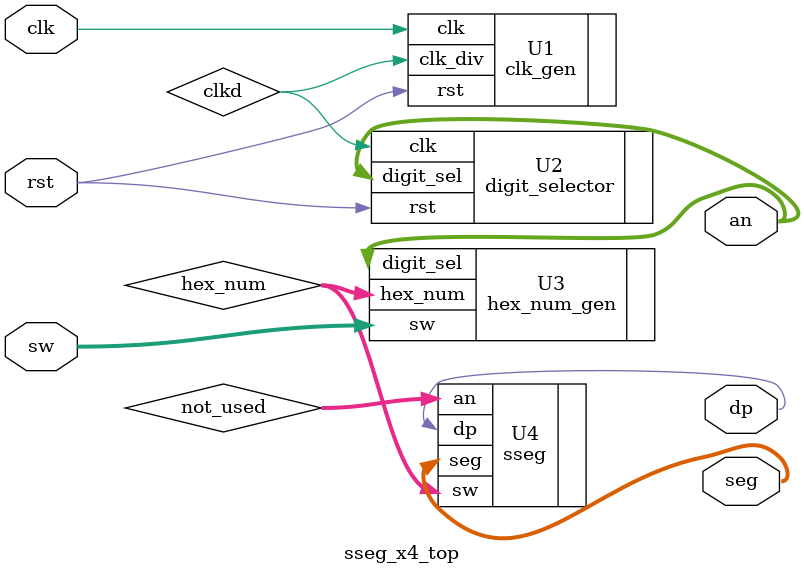
<source format=v>
`timescale 1ns / 1ps

module sseg_x4_top(
    input [15:0] sw,
    input clk,
    input rst,
    output [0:6] seg,
    output [3:0] an,
    output dp
    );
    
    wire [3:0] not_used; // Place holder individual anodes which are handled by digit_selector
    wire clkd; // 200 Hz Clock
    wire [0:3] hex_num; // Can't be called sw any more so I'll call it 
    
    // Get the clock frequency divided down by the clock generator (200Hz)
    clk_gen U1(.clk(clk), .rst(rst), .clk_div(clkd));
    // Display one character at a time
    digit_selector U2(.clk(clkd), .rst(rst), .digit_sel(an));
    // Assign the correct hexadecimal number to the correct digit
    hex_num_gen U3(.digit_sel(an), .sw(sw), .hex_num(hex_num));
    // Handle hardware for display
    sseg U4(.seg(seg), .an(not_used), .dp(dp), .sw(hex_num));
   
endmodule

</source>
